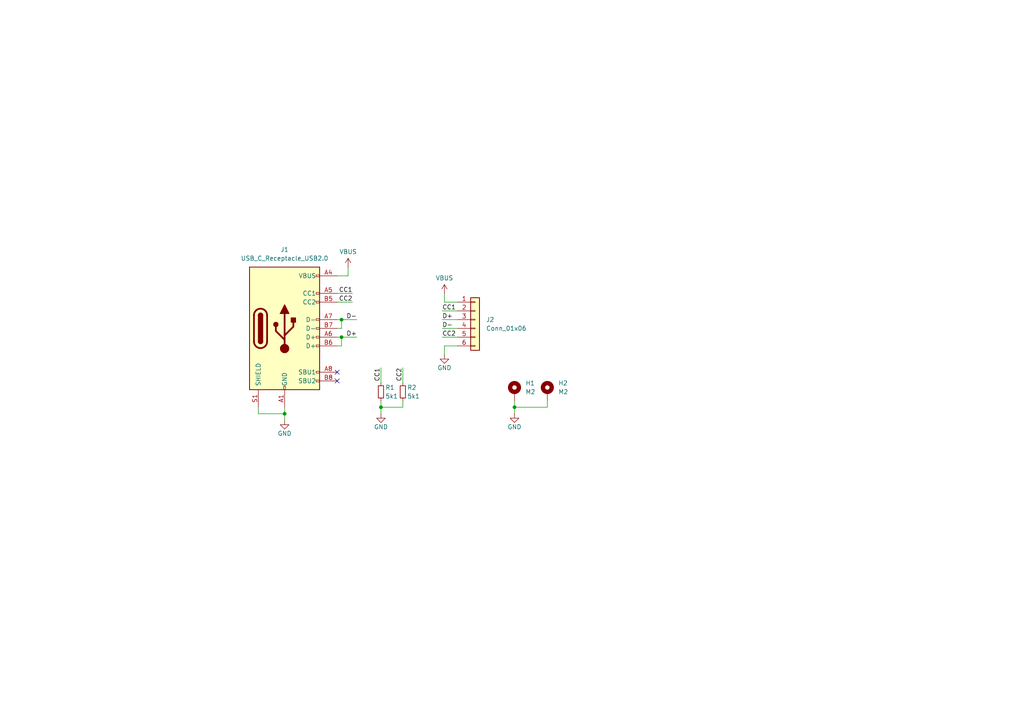
<source format=kicad_sch>
(kicad_sch (version 20211123) (generator eeschema)
  (paper "A4")
  (lib_symbols
    (symbol "Connector:USB_C_Receptacle_USB2.0" (pin_names (offset 1.016))
      (property "Reference" "J" (at -10.16 19.05 0))
      (property "Value" "USB_C_Receptacle_USB2.0" (at 19.05 19.05 0))
      (symbol "USB_C_Receptacle_USB2.0_0_0"
        (rectangle (start -0.254 -17.78) (end 0.254 -16.764))
        (rectangle (start 10.16 -14.986) (end 9.144 -15.494))
        (rectangle (start 10.16 -12.446) (end 9.144 -12.954))
        (rectangle (start 10.16 -4.826) (end 9.144 -5.334))
        (rectangle (start 10.16 -2.286) (end 9.144 -2.794))
        (rectangle (start 10.16 0.254) (end 9.144 -0.254))
        (rectangle (start 10.16 2.794) (end 9.144 2.286))
        (rectangle (start 10.16 7.874) (end 9.144 7.366))
        (rectangle (start 10.16 10.414) (end 9.144 9.906))
        (rectangle (start 10.16 15.494) (end 9.144 14.986))
      )
      (symbol "USB_C_Receptacle_USB2.0_0_1"
        (rectangle (start -10.16 17.78) (end 10.16 -17.78) (stroke (width 0.254)) (fill (type background)))
        (arc (start -8.89 -3.81) (mid -6.985 -5.715) (end -5.08 -3.81) (stroke (width 0.508)))
        (arc (start -7.62 -3.81) (mid -6.985 -4.445) (end -6.35 -3.81) (stroke (width 0.254)))
        (arc (start -7.62 -3.81) (mid -6.985 -4.445) (end -6.35 -3.81) (stroke (width 0.254)) (fill (type outline)))
        (rectangle (start -7.62 -3.81) (end -6.35 3.81) (stroke (width 0.254)) (fill (type outline)))
        (arc (start -6.35 3.81) (mid -6.985 4.445) (end -7.62 3.81) (stroke (width 0.254)))
        (arc (start -6.35 3.81) (mid -6.985 4.445) (end -7.62 3.81) (stroke (width 0.254)) (fill (type outline)))
        (arc (start -5.08 3.81) (mid -6.985 5.715) (end -8.89 3.81) (stroke (width 0.508)))
        (circle (center -2.54 1.143) (radius 0.635) (stroke (width 0.254)) (fill (type outline)))
        (circle (center 0 -5.842) (radius 1.27) (fill (type outline)))
        (polyline (pts (xy -8.89 -3.81) (xy -8.89 3.81)) (stroke (width 0.508)))
        (polyline (pts (xy -5.08 3.81) (xy -5.08 -3.81)) (stroke (width 0.508)))
        (polyline (pts (xy 0 -5.842) (xy 0 4.318)) (stroke (width 0.508)))
        (polyline (pts (xy 0 -3.302) (xy -2.54 -0.762) (xy -2.54 0.508)) (stroke (width 0.508)))
        (polyline (pts (xy 0 -2.032) (xy 2.54 0.508) (xy 2.54 1.778)) (stroke (width 0.508)))
        (polyline (pts (xy -1.27 4.318) (xy 0 6.858) (xy 1.27 4.318) (xy -1.27 4.318)) (stroke (width 0.254)) (fill (type outline)))
        (rectangle (start 1.905 1.778) (end 3.175 3.048) (stroke (width 0.254)) (fill (type outline)))
      )
      (symbol "USB_C_Receptacle_USB2.0_1_1"
        (pin passive line (at 0 -22.86 90) (length 5.08) (name "GND") (number "A1"))
        (pin passive line (at 0 -22.86 90) (length 5.08) hide (name "GND") (number "A12"))
        (pin passive line (at 15.24 15.24 180) (length 5.08) (name "VBUS") (number "A4"))
        (pin bidirectional line (at 15.24 10.16 180) (length 5.08) (name "CC1") (number "A5"))
        (pin bidirectional line (at 15.24 -2.54 180) (length 5.08) (name "D+") (number "A6"))
        (pin bidirectional line (at 15.24 2.54 180) (length 5.08) (name "D-") (number "A7"))
        (pin bidirectional line (at 15.24 -12.7 180) (length 5.08) (name "SBU1") (number "A8"))
        (pin passive line (at 15.24 15.24 180) (length 5.08) hide (name "VBUS") (number "A9"))
        (pin passive line (at 0 -22.86 90) (length 5.08) hide (name "GND") (number "B1"))
        (pin passive line (at 0 -22.86 90) (length 5.08) hide (name "GND") (number "B12"))
        (pin passive line (at 15.24 15.24 180) (length 5.08) hide (name "VBUS") (number "B4"))
        (pin bidirectional line (at 15.24 7.62 180) (length 5.08) (name "CC2") (number "B5"))
        (pin bidirectional line (at 15.24 -5.08 180) (length 5.08) (name "D+") (number "B6"))
        (pin bidirectional line (at 15.24 0 180) (length 5.08) (name "D-") (number "B7"))
        (pin bidirectional line (at 15.24 -15.24 180) (length 5.08) (name "SBU2") (number "B8"))
        (pin passive line (at 15.24 15.24 180) (length 5.08) hide (name "VBUS") (number "B9"))
        (pin passive line (at -7.62 -22.86 90) (length 5.08) (name "SHIELD") (number "S1"))
      )
    )
    (symbol "Connector_Generic:Conn_01x06" (pin_names (offset 1.016) hide)
      (property "Reference" "J" (at 0 7.62 0))
      (property "Value" "Conn_01x06" (at 0 -10.16 0))
      (symbol "Conn_01x06_1_1"
        (rectangle (start -1.27 -7.493) (end 0 -7.747) (stroke (width 0.1524)))
        (rectangle (start -1.27 -4.953) (end 0 -5.207) (stroke (width 0.1524)))
        (rectangle (start -1.27 -2.413) (end 0 -2.667) (stroke (width 0.1524)))
        (rectangle (start -1.27 0.127) (end 0 -0.127) (stroke (width 0.1524)))
        (rectangle (start -1.27 2.667) (end 0 2.413) (stroke (width 0.1524)))
        (rectangle (start -1.27 5.207) (end 0 4.953) (stroke (width 0.1524)))
        (rectangle (start -1.27 6.35) (end 1.27 -8.89) (stroke (width 0.254)) (fill (type background)))
        (pin passive line (at -5.08 5.08 0) (length 3.81) (name "Pin_1") (number "1"))
        (pin passive line (at -5.08 2.54 0) (length 3.81) (name "Pin_2") (number "2"))
        (pin passive line (at -5.08 0 0) (length 3.81) (name "Pin_3") (number "3"))
        (pin passive line (at -5.08 -2.54 0) (length 3.81) (name "Pin_4") (number "4"))
        (pin passive line (at -5.08 -5.08 0) (length 3.81) (name "Pin_5") (number "5"))
        (pin passive line (at -5.08 -7.62 0) (length 3.81) (name "Pin_6") (number "6"))
      )
    )
    (symbol "Device:R_Small" (pin_numbers hide) (pin_names (offset 0.254) hide)
      (property "Reference" "R" (at 0.762 0.508 0))
      (property "Value" "R_Small" (at 0.762 -1.016 0))
      (symbol "R_Small_0_1"
        (rectangle (start -0.762 1.778) (end 0.762 -1.778) (stroke (width 0.2032)))
      )
      (symbol "R_Small_1_1"
        (pin passive line (at 0 2.54 270) (length 0.762) (name "~") (number "1"))
        (pin passive line (at 0 -2.54 90) (length 0.762) (name "~") (number "2"))
      )
    )
    (symbol "Mechanical:MountingHole_Pad" (pin_numbers hide) (pin_names (offset 1.016) hide)
      (property "Reference" "H" (at 0 6.35 0))
      (property "Value" "MountingHole_Pad" (at 0 4.445 0))
      (symbol "MountingHole_Pad_0_1"
        (circle (center 0 1.27) (radius 1.27) (stroke (width 1.27)))
      )
      (symbol "MountingHole_Pad_1_1"
        (pin input line (at 0 -2.54 90) (length 2.54) (name "1") (number "1"))
      )
    )
    (symbol "power:GND" (power) (pin_names (offset 0))
      (property "Value" "GND" (at 0 -3.81 0))
      (symbol "GND_0_1"
        (polyline (pts (xy 0 0) (xy 0 -1.27) (xy 1.27 -1.27) (xy 0 -2.54) (xy -1.27 -1.27) (xy 0 -1.27)))
      )
      (symbol "GND_1_1"
        (pin power_in line (at 0 0 270) (length 0) hide (name "GND") (number "1"))
      )
    )
    (symbol "power:VBUS" (power) (pin_names (offset 0))
      (property "Value" "VBUS" (at 0 3.81 0))
      (symbol "VBUS_0_1"
        (polyline (pts (xy -0.762 1.27) (xy 0 2.54)))
        (polyline (pts (xy 0 0) (xy 0 2.54)))
        (polyline (pts (xy 0 2.54) (xy 0.762 1.27)))
      )
      (symbol "VBUS_1_1"
        (pin power_in line (at 0 0 90) (length 0) hide (name "VBUS") (number "1"))
      )
    )
  )
  (junction (at 149.225 118.11))
  (junction (at 82.55 120.015))
  (junction (at 99.06 92.71))
  (junction (at 99.06 97.79))
  (junction (at 110.49 118.11))
  (no_connect (at 97.79 107.95))
  (no_connect (at 97.79 110.49))
  (wire (pts (xy 158.75 118.11) (xy 149.225 118.11)))
  (wire (pts (xy 110.49 111.125) (xy 110.49 106.68)))
  (wire (pts (xy 158.75 116.205) (xy 158.75 118.11)))
  (wire (pts (xy 100.965 80.01) (xy 97.79 80.01)))
  (wire (pts (xy 99.06 97.79) (xy 103.505 97.79)))
  (wire (pts (xy 74.93 120.015) (xy 82.55 120.015)))
  (wire (pts (xy 128.905 102.87) (xy 128.905 100.33)))
  (wire (pts (xy 74.93 118.11) (xy 74.93 120.015)))
  (wire (pts (xy 99.06 97.79) (xy 99.06 100.33)))
  (wire (pts (xy 99.06 92.71) (xy 103.505 92.71)))
  (wire (pts (xy 97.79 97.79) (xy 99.06 97.79)))
  (wire (pts (xy 132.715 90.17) (xy 128.27 90.17)))
  (wire (pts (xy 116.84 116.205) (xy 116.84 118.11)))
  (wire (pts (xy 110.49 118.11) (xy 110.49 120.015)))
  (wire (pts (xy 132.715 95.25) (xy 128.27 95.25)))
  (wire (pts (xy 82.55 118.11) (xy 82.55 120.015)))
  (wire (pts (xy 82.55 120.015) (xy 82.55 121.92)))
  (wire (pts (xy 132.715 97.79) (xy 128.27 97.79)))
  (wire (pts (xy 110.49 116.205) (xy 110.49 118.11)))
  (wire (pts (xy 116.84 118.11) (xy 110.49 118.11)))
  (wire (pts (xy 97.79 100.33) (xy 99.06 100.33)))
  (wire (pts (xy 128.905 87.63) (xy 132.715 87.63)))
  (wire (pts (xy 99.06 92.71) (xy 97.79 92.71)))
  (wire (pts (xy 97.79 85.09) (xy 102.235 85.09)))
  (wire (pts (xy 116.84 111.125) (xy 116.84 106.68)))
  (wire (pts (xy 128.905 100.33) (xy 132.715 100.33)))
  (wire (pts (xy 149.225 116.205) (xy 149.225 118.11)))
  (wire (pts (xy 132.715 92.71) (xy 128.27 92.71)))
  (wire (pts (xy 99.06 95.25) (xy 99.06 92.71)))
  (wire (pts (xy 149.225 118.11) (xy 149.225 120.015)))
  (wire (pts (xy 100.965 77.47) (xy 100.965 80.01)))
  (wire (pts (xy 128.905 85.09) (xy 128.905 87.63)))
  (wire (pts (xy 97.79 95.25) (xy 99.06 95.25)))
  (wire (pts (xy 97.79 87.63) (xy 102.235 87.63)))
  (label "CC1" (at 128.27 90.17 0))
  (label "CC1" (at 110.49 106.68 270))
  (label "D+" (at 128.27 92.71 0))
  (label "CC1" (at 102.235 85.09 180))
  (label "D-" (at 103.505 92.71 180))
  (label "D+" (at 103.505 97.79 180))
  (label "D-" (at 128.27 95.25 0))
  (label "CC2" (at 116.84 106.68 270))
  (label "CC2" (at 128.27 97.79 0))
  (label "CC2" (at 102.235 87.63 180))
  (symbol (lib_id "Device:R_Small") (at 110.49 113.665 0) (unit 1)
    (property "Reference" "R1" (at 111.76 112.395 0) (effects (justify left)))
    (property "Value" "5k1" (at 111.76 114.935 0) (effects (justify left)))
    (property "Footprint" "Resistor_THT:R_Axial_DIN0204_L3.6mm_D1.6mm_P5.08mm_Horizontal" (effects hide))
    (property "Datasheet" "https://www.mouser.de/datasheet/2/427/mbxsma-1286643.pdf" (effects hide))
    (property "Mouser No" "594-5063JD5K100FT" (effects hide))
  )
  (symbol (lib_id "power:GND") (at 149.225 120.015 0) (unit 1)
    (property "Reference" "#PWR06" (effects hide))
    (property "Value" "GND" (at 149.225 123.825 0))
  )
  (symbol (lib_id "power:VBUS") (at 100.965 77.47 0) (unit 1)
    (property "Reference" "#PWR02" (effects hide))
    (property "Value" "VBUS" (at 100.965 73.025 0))
  )
  (symbol (lib_id "power:GND") (at 128.905 102.87 0) (unit 1)
    (property "Reference" "#PWR05" (effects hide))
    (property "Value" "GND" (at 128.905 106.68 0))
  )
  (symbol (lib_id "Connector_Generic:Conn_01x06") (at 137.795 92.71 0) (unit 1)
    (property "Reference" "J2" (at 140.97 92.7099 0) (effects (justify left)))
    (property "Value" "Conn_01x06" (at 140.97 95.2499 0) (effects (justify left)))
    (property "Footprint" "Connector_PinHeader_2.54mm:PinHeader_1x06_P2.54mm_Vertical" (effects hide))
    (property "Datasheet" "https://cdn.amphenol-cs.com/media/wysiwyg/files/documentation/datasheet/boardwiretoboard/bwb_agilbrick_2_54mm_btb_header_g800.pdf" (effects hide))
    (property "Mouser No" " 523-G800W302018EU" (effects hide))
  )
  (symbol (lib_id "Mechanical:MountingHole_Pad") (at 149.225 113.665 0) (unit 1)
    (property "Reference" "H1" (at 152.4 111.1249 0) (effects (justify left)))
    (property "Value" "M2" (at 152.4 113.6649 0) (effects (justify left)))
    (property "Footprint" "MountingHole:MountingHole_2.2mm_M2_DIN965_Pad" (effects hide))
  )
  (symbol (lib_id "power:GND") (at 82.55 121.92 0) (unit 1)
    (property "Reference" "#PWR01" (effects hide))
    (property "Value" "GND" (at 82.55 125.73 0))
  )
  (symbol (lib_id "Connector:USB_C_Receptacle_USB2.0") (at 82.55 95.25 0) (unit 1)
    (property "Reference" "J1" (at 82.55 72.39 0))
    (property "Value" "USB_C_Receptacle_USB2.0" (at 82.55 74.93 0))
    (property "Footprint" "Connector_USB:USB_C_Receptacle_GCT_USB4085" (effects hide))
    (property "Datasheet" "https://www.mouser.de/datasheet/2/837/USB4085-2888250.pdf" (effects hide))
    (property "Mouser No" " 640-USB4085-GF-A" (effects hide))
  )
  (symbol (lib_id "power:GND") (at 110.49 120.015 0) (unit 1)
    (property "Reference" "#PWR03" (effects hide))
    (property "Value" "GND" (at 110.49 123.825 0))
  )
  (symbol (lib_id "power:VBUS") (at 128.905 85.09 0) (unit 1)
    (property "Reference" "#PWR04" (effects hide))
    (property "Value" "VBUS" (at 128.905 80.645 0))
  )
  (symbol (lib_id "Device:R_Small") (at 116.84 113.665 0) (unit 1)
    (property "Reference" "R2" (at 118.11 112.395 0) (effects (justify left)))
    (property "Value" "5k1" (at 118.11 114.935 0) (effects (justify left)))
    (property "Footprint" "Resistor_THT:R_Axial_DIN0204_L3.6mm_D1.6mm_P5.08mm_Horizontal" (effects hide))
    (property "Datasheet" "https://www.mouser.de/datasheet/2/427/mbxsma-1286643.pdf" (effects hide))
    (property "Mouser No" "594-5063JD5K100FT" (effects hide))
  )
  (symbol (lib_id "Mechanical:MountingHole_Pad") (at 158.75 113.665 0) (unit 1)
    (property "Reference" "H2" (at 161.925 111.1249 0) (effects (justify left)))
    (property "Value" "M2" (at 161.925 113.6649 0) (effects (justify left)))
    (property "Footprint" "MountingHole:MountingHole_2.2mm_M2_DIN965_Pad" (effects hide))
  )
)
</source>
